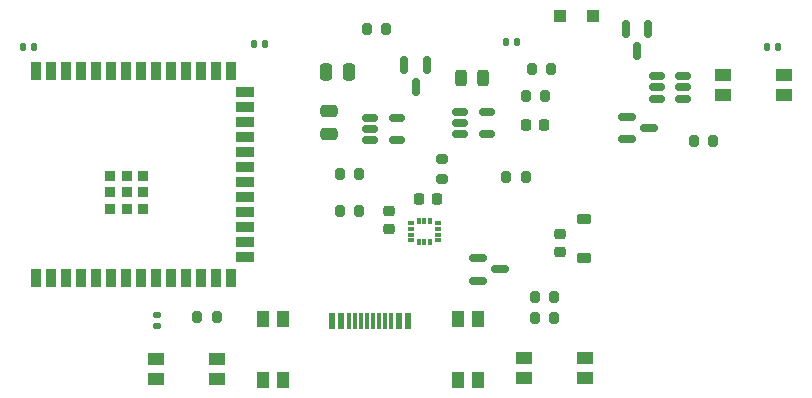
<source format=gbr>
%TF.GenerationSoftware,KiCad,Pcbnew,9.0.1*%
%TF.CreationDate,2025-05-18T13:56:21-05:00*%
%TF.ProjectId,LASK5-V3-0,4c41534b-352d-4563-932d-302e6b696361,rev?*%
%TF.SameCoordinates,Original*%
%TF.FileFunction,Paste,Top*%
%TF.FilePolarity,Positive*%
%FSLAX46Y46*%
G04 Gerber Fmt 4.6, Leading zero omitted, Abs format (unit mm)*
G04 Created by KiCad (PCBNEW 9.0.1) date 2025-05-18 13:56:21*
%MOMM*%
%LPD*%
G01*
G04 APERTURE LIST*
G04 Aperture macros list*
%AMRoundRect*
0 Rectangle with rounded corners*
0 $1 Rounding radius*
0 $2 $3 $4 $5 $6 $7 $8 $9 X,Y pos of 4 corners*
0 Add a 4 corners polygon primitive as box body*
4,1,4,$2,$3,$4,$5,$6,$7,$8,$9,$2,$3,0*
0 Add four circle primitives for the rounded corners*
1,1,$1+$1,$2,$3*
1,1,$1+$1,$4,$5*
1,1,$1+$1,$6,$7*
1,1,$1+$1,$8,$9*
0 Add four rect primitives between the rounded corners*
20,1,$1+$1,$2,$3,$4,$5,0*
20,1,$1+$1,$4,$5,$6,$7,0*
20,1,$1+$1,$6,$7,$8,$9,0*
20,1,$1+$1,$8,$9,$2,$3,0*%
G04 Aperture macros list end*
%ADD10R,0.600000X0.300000*%
%ADD11R,0.300000X0.600000*%
%ADD12RoundRect,0.140000X-0.140000X-0.170000X0.140000X-0.170000X0.140000X0.170000X-0.140000X0.170000X0*%
%ADD13RoundRect,0.225000X0.250000X-0.225000X0.250000X0.225000X-0.250000X0.225000X-0.250000X-0.225000X0*%
%ADD14RoundRect,0.200000X-0.200000X-0.275000X0.200000X-0.275000X0.200000X0.275000X-0.200000X0.275000X0*%
%ADD15RoundRect,0.250000X-0.475000X0.250000X-0.475000X-0.250000X0.475000X-0.250000X0.475000X0.250000X0*%
%ADD16RoundRect,0.150000X-0.587500X-0.150000X0.587500X-0.150000X0.587500X0.150000X-0.587500X0.150000X0*%
%ADD17RoundRect,0.200000X0.200000X0.275000X-0.200000X0.275000X-0.200000X-0.275000X0.200000X-0.275000X0*%
%ADD18RoundRect,0.150000X-0.150000X0.587500X-0.150000X-0.587500X0.150000X-0.587500X0.150000X0.587500X0*%
%ADD19RoundRect,0.150000X-0.512500X-0.150000X0.512500X-0.150000X0.512500X0.150000X-0.512500X0.150000X0*%
%ADD20R,1.450000X1.000000*%
%ADD21RoundRect,0.225000X0.225000X0.250000X-0.225000X0.250000X-0.225000X-0.250000X0.225000X-0.250000X0*%
%ADD22RoundRect,0.140000X-0.170000X0.140000X-0.170000X-0.140000X0.170000X-0.140000X0.170000X0.140000X0*%
%ADD23RoundRect,0.250000X-0.300000X-0.300000X0.300000X-0.300000X0.300000X0.300000X-0.300000X0.300000X0*%
%ADD24RoundRect,0.200000X-0.275000X0.200000X-0.275000X-0.200000X0.275000X-0.200000X0.275000X0.200000X0*%
%ADD25R,0.812800X1.498600*%
%ADD26R,1.498600X0.812800*%
%ADD27R,0.889000X0.889000*%
%ADD28R,1.000000X1.450000*%
%ADD29RoundRect,0.243750X-0.243750X-0.456250X0.243750X-0.456250X0.243750X0.456250X-0.243750X0.456250X0*%
%ADD30RoundRect,0.225000X-0.375000X0.225000X-0.375000X-0.225000X0.375000X-0.225000X0.375000X0.225000X0*%
%ADD31R,0.600000X1.450000*%
%ADD32R,0.300000X1.450000*%
%ADD33RoundRect,0.250000X0.250000X0.475000X-0.250000X0.475000X-0.250000X-0.475000X0.250000X-0.475000X0*%
%ADD34RoundRect,0.225000X-0.225000X-0.250000X0.225000X-0.250000X0.225000X0.250000X-0.225000X0.250000X0*%
G04 APERTURE END LIST*
D10*
%TO.C,IC1*%
X155350000Y-86000000D03*
X155350000Y-86500000D03*
X155350000Y-87000000D03*
X155350000Y-87500000D03*
D11*
X156000000Y-87650000D03*
X156500000Y-87650000D03*
X157000000Y-87650000D03*
D10*
X157650000Y-87500000D03*
X157650000Y-87000000D03*
X157650000Y-86500000D03*
X157650000Y-86000000D03*
D11*
X157000000Y-85850000D03*
X156500000Y-85850000D03*
X156000000Y-85850000D03*
%TD*%
D12*
%TO.C,C2*%
X122484000Y-71120000D03*
X123444000Y-71120000D03*
%TD*%
D13*
%TO.C,C10*%
X153500000Y-86550000D03*
X153500000Y-85000000D03*
%TD*%
D14*
%TO.C,R4*%
X165101000Y-75311000D03*
X166751000Y-75311000D03*
%TD*%
D15*
%TO.C,C6*%
X148452000Y-76581000D03*
X148452000Y-78481000D03*
%TD*%
D16*
%TO.C,Q1*%
X161000000Y-89000000D03*
X161000000Y-90900000D03*
X162875000Y-89950000D03*
%TD*%
D17*
%TO.C,R9*%
X153289000Y-69596000D03*
X151639000Y-69596000D03*
%TD*%
D18*
%TO.C,Q2*%
X156713000Y-72644000D03*
X154813000Y-72644000D03*
X155763000Y-74519000D03*
%TD*%
D19*
%TO.C,U4*%
X159523000Y-76586000D03*
X159523000Y-77536000D03*
X159523000Y-78486000D03*
X161798000Y-78486000D03*
X161798000Y-76586000D03*
%TD*%
D20*
%TO.C,SW_PWR1*%
X181794000Y-75184000D03*
X181794000Y-73484000D03*
X186944000Y-75184000D03*
X186944000Y-73484000D03*
%TD*%
D21*
%TO.C,C8*%
X166624000Y-77729000D03*
X165074000Y-77729000D03*
%TD*%
D19*
%TO.C,U3*%
X151903000Y-77094000D03*
X151903000Y-78044000D03*
X151903000Y-78994000D03*
X154178000Y-78994000D03*
X154178000Y-77094000D03*
%TD*%
D14*
%TO.C,R3*%
X179325000Y-79121000D03*
X180975000Y-79121000D03*
%TD*%
%TO.C,R2*%
X165850000Y-94107000D03*
X167500000Y-94107000D03*
%TD*%
%TO.C,R8*%
X163450000Y-82169000D03*
X165100000Y-82169000D03*
%TD*%
D16*
%TO.C,Q3*%
X173625000Y-77050000D03*
X173625000Y-78950000D03*
X175500000Y-78000000D03*
%TD*%
D12*
%TO.C,C4*%
X142042000Y-70866000D03*
X143002000Y-70866000D03*
%TD*%
D22*
%TO.C,C5*%
X133858000Y-93782000D03*
X133858000Y-94742000D03*
%TD*%
D12*
%TO.C,C3*%
X185476000Y-71120000D03*
X186436000Y-71120000D03*
%TD*%
D23*
%TO.C,D1*%
X168000000Y-68500000D03*
X170800000Y-68500000D03*
%TD*%
D14*
%TO.C,R1*%
X165850000Y-92329000D03*
X167500000Y-92329000D03*
%TD*%
D20*
%TO.C,SW_SEL1*%
X164973000Y-99187000D03*
X164973000Y-97487000D03*
X170123000Y-99187000D03*
X170123000Y-97487000D03*
%TD*%
D24*
%TO.C,R7*%
X157988000Y-80645000D03*
X157988000Y-82295000D03*
%TD*%
D25*
%TO.C,U2*%
X123591000Y-90665000D03*
X124861000Y-90665000D03*
X126131000Y-90665000D03*
X127401000Y-90665000D03*
X128671000Y-90665000D03*
X129941000Y-90665000D03*
X131211000Y-90665000D03*
X132481000Y-90665000D03*
X133751000Y-90665000D03*
X135021000Y-90665000D03*
X136291000Y-90665000D03*
X137561000Y-90665000D03*
X138831000Y-90665000D03*
X140101000Y-90665000D03*
D26*
X141351000Y-88900000D03*
X141351000Y-87630000D03*
X141351000Y-86360000D03*
X141351000Y-85090000D03*
X141351000Y-83820000D03*
X141351000Y-82550000D03*
X141351000Y-81280000D03*
X141351000Y-80010000D03*
X141351000Y-78740000D03*
X141351000Y-77470000D03*
X141351000Y-76200000D03*
X141351000Y-74930000D03*
D25*
X140101000Y-73165000D03*
X138831000Y-73165000D03*
X137561000Y-73165000D03*
X136291000Y-73165000D03*
X135021000Y-73165000D03*
X133751000Y-73165000D03*
X132481000Y-73165000D03*
X131211000Y-73165000D03*
X129941000Y-73165000D03*
X128671000Y-73165000D03*
X127401000Y-73165000D03*
X126131000Y-73165000D03*
X124861000Y-73165000D03*
X123591000Y-73165000D03*
D27*
X131311000Y-83415000D03*
X129911000Y-84815000D03*
X131311000Y-84815000D03*
X132711000Y-84815000D03*
X132711000Y-83415000D03*
X132711000Y-82015000D03*
X131311000Y-82015000D03*
X129911000Y-82015000D03*
X129911000Y-83415000D03*
%TD*%
D28*
%TO.C,SW_RST1*%
X144526000Y-99314000D03*
X142826000Y-99314000D03*
X144526000Y-94164000D03*
X142826000Y-94164000D03*
%TD*%
D14*
%TO.C,R10*%
X149350000Y-81915000D03*
X151000000Y-81915000D03*
%TD*%
D18*
%TO.C,D3*%
X175450000Y-69625000D03*
X173550000Y-69625000D03*
X174500000Y-71500000D03*
%TD*%
D17*
%TO.C,R6*%
X138937000Y-93980000D03*
X137287000Y-93980000D03*
%TD*%
D29*
%TO.C,D2*%
X159625000Y-73750000D03*
X161500000Y-73750000D03*
%TD*%
D30*
%TO.C,D4*%
X170000000Y-85700000D03*
X170000000Y-89000000D03*
%TD*%
D20*
%TO.C,SW_BOOT1*%
X133788000Y-99236000D03*
X133788000Y-97536000D03*
X138938000Y-99236000D03*
X138938000Y-97536000D03*
%TD*%
D31*
%TO.C,J4*%
X148640000Y-94335000D03*
X149440000Y-94335000D03*
D32*
X150640000Y-94335000D03*
X151640000Y-94335000D03*
X152140000Y-94335000D03*
X153140000Y-94335000D03*
D31*
X154340000Y-94335000D03*
X155140000Y-94335000D03*
X155140000Y-94335000D03*
X154340000Y-94335000D03*
D32*
X153640000Y-94335000D03*
X152640000Y-94335000D03*
X151140000Y-94335000D03*
X150140000Y-94335000D03*
D31*
X149440000Y-94335000D03*
X148640000Y-94335000D03*
%TD*%
D13*
%TO.C,C9*%
X168000000Y-88500000D03*
X168000000Y-86950000D03*
%TD*%
D14*
%TO.C,R5*%
X165609000Y-73025000D03*
X167259000Y-73025000D03*
%TD*%
D33*
%TO.C,C7*%
X150109000Y-73279000D03*
X148209000Y-73279000D03*
%TD*%
D12*
%TO.C,C1*%
X163378000Y-70739000D03*
X164338000Y-70739000D03*
%TD*%
D34*
%TO.C,C11*%
X156000000Y-84000000D03*
X157550000Y-84000000D03*
%TD*%
D19*
%TO.C,MAX1*%
X176160000Y-73599000D03*
X176160000Y-74549000D03*
X176160000Y-75499000D03*
X178435000Y-75499000D03*
X178435000Y-74549000D03*
X178435000Y-73599000D03*
%TD*%
D28*
%TO.C,SW_M1*%
X161036000Y-99314000D03*
X159336000Y-99314000D03*
X161036000Y-94164000D03*
X159336000Y-94164000D03*
%TD*%
D14*
%TO.C,R11*%
X149350000Y-85000000D03*
X151000000Y-85000000D03*
%TD*%
M02*

</source>
